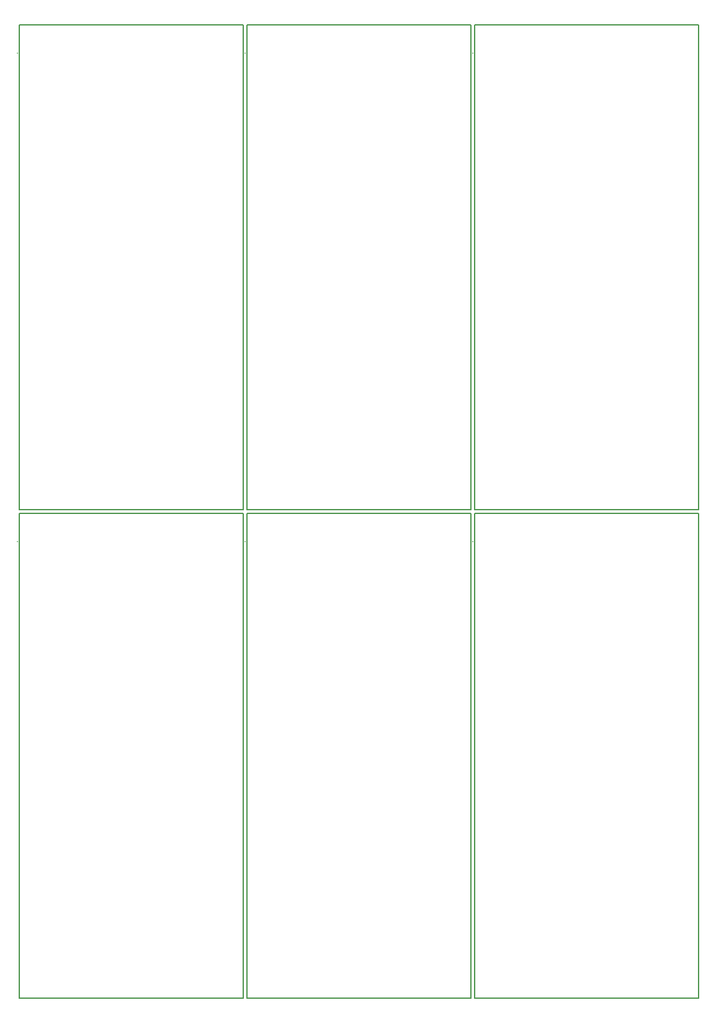
<source format=gm1>
G04 #@! TF.FileFunction,Profile,NP*
%FSLAX46Y46*%
G04 Gerber Fmt 4.6, Leading zero omitted, Abs format (unit mm)*
G04 Created by KiCad (PCBNEW 4.0.6) date 06/29/17 16:58:47*
%MOMM*%
%LPD*%
G01*
G04 APERTURE LIST*
%ADD10C,0.100000*%
%ADD11C,0.150000*%
G04 APERTURE END LIST*
D10*
D11*
X167386000Y-98806000D02*
X136906000Y-98806000D01*
X136398000Y-98806000D02*
X105918000Y-98806000D01*
X105410000Y-98806000D02*
X74930000Y-98806000D01*
X167386000Y-32258000D02*
X136906000Y-32258000D01*
X136398000Y-32258000D02*
X105918000Y-32258000D01*
X136652000Y-102616000D02*
X136652000Y-102616000D01*
X105664000Y-102616000D02*
X105664000Y-102616000D01*
X74676000Y-102616000D02*
X74676000Y-102616000D01*
X136652000Y-36068000D02*
X136652000Y-36068000D01*
X105664000Y-36068000D02*
X105664000Y-36068000D01*
X136906000Y-164846000D02*
X167386000Y-164846000D01*
X105918000Y-164846000D02*
X136398000Y-164846000D01*
X74930000Y-164846000D02*
X105410000Y-164846000D01*
X136906000Y-98298000D02*
X167386000Y-98298000D01*
X105918000Y-98298000D02*
X136398000Y-98298000D01*
X136906000Y-164846000D02*
X136906000Y-164846000D01*
X105918000Y-164846000D02*
X105918000Y-164846000D01*
X74930000Y-164846000D02*
X74930000Y-164846000D01*
X136906000Y-98298000D02*
X136906000Y-98298000D01*
X105918000Y-98298000D02*
X105918000Y-98298000D01*
X167386000Y-98806000D02*
X167386000Y-164846000D01*
X136398000Y-98806000D02*
X136398000Y-164846000D01*
X105410000Y-98806000D02*
X105410000Y-164846000D01*
X167386000Y-32258000D02*
X167386000Y-98298000D01*
X136398000Y-32258000D02*
X136398000Y-98298000D01*
X136906000Y-164846000D02*
X136906000Y-98806000D01*
X105918000Y-164846000D02*
X105918000Y-98806000D01*
X74930000Y-164846000D02*
X74930000Y-98806000D01*
X136906000Y-98298000D02*
X136906000Y-32258000D01*
X105918000Y-98298000D02*
X105918000Y-32258000D01*
X74930000Y-98298000D02*
X74930000Y-32258000D01*
X105410000Y-32258000D02*
X105410000Y-98298000D01*
X74676000Y-36068000D02*
X74676000Y-36068000D01*
X105410000Y-32258000D02*
X74930000Y-32258000D01*
X74930000Y-98298000D02*
X105410000Y-98298000D01*
X74930000Y-98298000D02*
X74930000Y-98298000D01*
M02*

</source>
